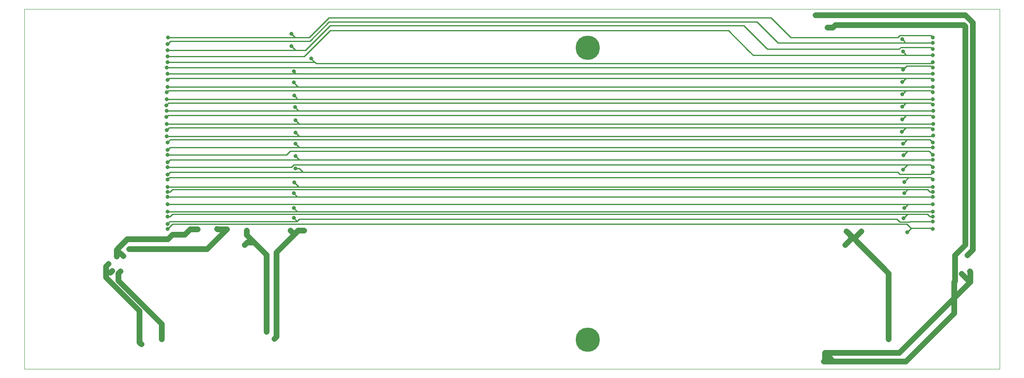
<source format=gbr>
%TF.GenerationSoftware,KiCad,Pcbnew,6.0.0-rc1-unknown-1a22918~65~ubuntu16.04.1*%
%TF.CreationDate,2019-08-07T17:00:26+03:00*%
%TF.ProjectId,BackbonePCB,4261636B626F6E655043422E6B696361,rev?*%
%TF.SameCoordinates,Original*%
%TF.FileFunction,Copper,L2,Bot,Signal*%
%TF.FilePolarity,Positive*%
%FSLAX46Y46*%
G04 Gerber Fmt 4.6, Leading zero omitted, Abs format (unit mm)*
G04 Created by KiCad (PCBNEW 6.0.0-rc1-unknown-1a22918~65~ubuntu16.04.1) date Wed Aug  7 17:00:26 2019*
%MOMM*%
%LPD*%
G01*
G04 APERTURE LIST*
%ADD10C,0.050000*%
%ADD11C,5.000000*%
%ADD12C,0.800000*%
%ADD13C,1.200000*%
%ADD14C,0.250000*%
G04 APERTURE END LIST*
D10*
X18050000Y-19050000D02*
X18050000Y-93050000D01*
X49050000Y-93050000D02*
X18050000Y-93050000D01*
X218050000Y-93050000D02*
X49050000Y-93050000D01*
X218050000Y-19050000D02*
X218050000Y-93050000D01*
X18050000Y-19050000D02*
X218050000Y-19050000D01*
D11*
X133550000Y-27050000D03*
X133550000Y-87050000D03*
D12*
X180331000Y-20320000D03*
X211446000Y-69723000D03*
X208906000Y-69723000D03*
X183887000Y-22860000D03*
X209795000Y-68834000D03*
X212589000Y-68580000D03*
X212589000Y-66929000D03*
X211065000Y-67564000D03*
X181601000Y-20320000D03*
X184903000Y-22352000D03*
X182744000Y-22860000D03*
X182236000Y-89789000D03*
X210303000Y-73533000D03*
X211954000Y-73025000D03*
X181982000Y-91567000D03*
X183633000Y-91567000D03*
X183633000Y-89789000D03*
X52061000Y-64389000D03*
X36948000Y-69977000D03*
X38345000Y-69850000D03*
X59554000Y-64389000D03*
X39488000Y-68453000D03*
X53610000Y-64364000D03*
X57522000Y-64262000D03*
X46219000Y-86995000D03*
X37329000Y-74930000D03*
X37710000Y-73025000D03*
X42028000Y-88011000D03*
X35297000Y-71501000D03*
X36059000Y-72898000D03*
X195317000Y-86995000D03*
X186681000Y-64770000D03*
X186427000Y-67564000D03*
X195317000Y-85217000D03*
X189729000Y-64770000D03*
X69333000Y-86868000D03*
X75429000Y-64643000D03*
X72635000Y-64643000D03*
X67682000Y-85471000D03*
X63618000Y-64643000D03*
X63237000Y-67564000D03*
X69732999Y-85471000D03*
X47362000Y-27559000D03*
X204334000Y-27305000D03*
X72762000Y-26670000D03*
X47489000Y-24892000D03*
X204334000Y-24892000D03*
X72762000Y-24130000D03*
X204334000Y-62738000D03*
X73270000Y-61976000D03*
X47357340Y-63241340D03*
X47362000Y-60706000D03*
X204334000Y-60706000D03*
X73270000Y-59944000D03*
X47362000Y-57658000D03*
X204334000Y-57658000D03*
X73270000Y-56896000D03*
X47362000Y-55626000D03*
X204334000Y-55626000D03*
X73397000Y-54736996D03*
X47362000Y-53086000D03*
X204334000Y-52578000D03*
X73651000Y-51816000D03*
X47362000Y-50546000D03*
X204334000Y-50038000D03*
X73651004Y-49276000D03*
X47362000Y-48006000D03*
X204334000Y-47498000D03*
X73651000Y-46736004D03*
X47235000Y-45212000D03*
X204461000Y-45085000D03*
X73650998Y-44450000D03*
X47235000Y-42672000D03*
X204461000Y-42672000D03*
X73651000Y-41910000D03*
X47235000Y-40005000D03*
X204461000Y-40005000D03*
X73524000Y-39243000D03*
X47235000Y-37592000D03*
X204334000Y-37592000D03*
X73397000Y-36830002D03*
X47362000Y-35052000D03*
X204334000Y-35052000D03*
X73270008Y-34163000D03*
X47362000Y-32385000D03*
X204334000Y-32385000D03*
X73270000Y-31840010D03*
X47362000Y-29972000D03*
X204334000Y-29972000D03*
X76826000Y-29210000D03*
X204334000Y-26035000D03*
X47362000Y-26289000D03*
X198111000Y-25273000D03*
X47362000Y-28829000D03*
X204334000Y-28575000D03*
X198238001Y-27813000D03*
X204334000Y-31115000D03*
X47235000Y-31115000D03*
X198238000Y-31496000D03*
X204334000Y-33655000D03*
X47362000Y-33655000D03*
X198111000Y-34036000D03*
X204334000Y-36195000D03*
X47235000Y-36195000D03*
X198111000Y-36576000D03*
X204334000Y-38735000D03*
X47108000Y-38862000D03*
X198111000Y-39116000D03*
X204461000Y-41275000D03*
X47108000Y-41275000D03*
X198111000Y-41783000D03*
X204334000Y-43815000D03*
X47235000Y-43942000D03*
X197984000Y-44323000D03*
X204334000Y-46482000D03*
X47362000Y-46482000D03*
X198238000Y-46736000D03*
X204334000Y-49022000D03*
X47362000Y-49022000D03*
X198365000Y-49149000D03*
X204334000Y-51562000D03*
X47362000Y-51562000D03*
X198238000Y-52070000D03*
X204334000Y-54102000D03*
X47362000Y-54102000D03*
X198492000Y-54610000D03*
X204334000Y-56642000D03*
X47362000Y-56642000D03*
X198492000Y-56896000D03*
X204334000Y-59182000D03*
X47362000Y-59182000D03*
X198492000Y-59944000D03*
X204334000Y-61722000D03*
X47362000Y-61722000D03*
X198365006Y-62070979D03*
X204334000Y-64262000D03*
X47362000Y-64262000D03*
X199127000Y-64964000D03*
D13*
X180331000Y-20320000D02*
X181601000Y-20320000D01*
X181601000Y-20320000D02*
X211065000Y-20320000D01*
X211065000Y-20320000D02*
X212589000Y-21844000D01*
X212589000Y-68580000D02*
X211446000Y-69723000D01*
X208906000Y-69723000D02*
X209305999Y-69323001D01*
X211065000Y-67564000D02*
X211065000Y-29846998D01*
X211065000Y-29846998D02*
X211065000Y-22606000D01*
X211065000Y-22606000D02*
X210811000Y-22352000D01*
X210811000Y-22352000D02*
X184903000Y-22352000D01*
X184903000Y-22352000D02*
X184395000Y-22352000D01*
X184395000Y-22352000D02*
X183887000Y-22860000D01*
X209795000Y-68834000D02*
X211065000Y-67564000D01*
X209305999Y-69323001D02*
X209795000Y-68834000D01*
X212589000Y-21844000D02*
X212589000Y-66929000D01*
X212589000Y-66929000D02*
X212589000Y-68580000D01*
X183887000Y-22860000D02*
X182744000Y-22860000D01*
X197476000Y-89789000D02*
X212081000Y-75184000D01*
X212081000Y-75184000D02*
X211954000Y-75184000D01*
X211954000Y-75184000D02*
X210303000Y-73533000D01*
X212081000Y-75184000D02*
X212081000Y-73152000D01*
X212081000Y-73152000D02*
X211954000Y-73025000D01*
X198873000Y-91567000D02*
X208779000Y-81661000D01*
X208779000Y-81661000D02*
X208779000Y-75184000D01*
X208906000Y-75057000D02*
X208906000Y-69723000D01*
X208779000Y-75184000D02*
X208906000Y-75057000D01*
X181982000Y-91567000D02*
X183633000Y-91567000D01*
X183633000Y-91567000D02*
X198873000Y-91567000D01*
X182236000Y-89789000D02*
X183633000Y-89789000D01*
X183633000Y-89789000D02*
X197476000Y-89789000D01*
X183633000Y-91186000D02*
X182236000Y-89789000D01*
X183633000Y-91567000D02*
X183633000Y-91186000D01*
X182236000Y-91313000D02*
X181982000Y-91567000D01*
X182236000Y-89789000D02*
X182236000Y-91313000D01*
X50987999Y-65462001D02*
X48447999Y-65462001D01*
X52061000Y-64389000D02*
X50987999Y-65462001D01*
X48447999Y-65462001D02*
X47489000Y-66421000D01*
X47489000Y-66421000D02*
X39107000Y-66421000D01*
X39107000Y-66421000D02*
X36948000Y-68580000D01*
X36948000Y-68580000D02*
X36948000Y-69977000D01*
X37818001Y-69450001D02*
X36948000Y-68580000D01*
X37945001Y-69450001D02*
X37818001Y-69450001D01*
X38345000Y-69850000D02*
X37945001Y-69450001D01*
X59554000Y-64389000D02*
X55490000Y-68453000D01*
X40053685Y-68453000D02*
X39488000Y-68453000D01*
X55490000Y-68453000D02*
X40053685Y-68453000D01*
X52061000Y-64389000D02*
X53585000Y-64389000D01*
X53585000Y-64389000D02*
X53610000Y-64364000D01*
X57649000Y-64389000D02*
X57522000Y-64262000D01*
X59554000Y-64389000D02*
X57649000Y-64389000D01*
X46219000Y-86995000D02*
X46219000Y-83820000D01*
X46219000Y-83820000D02*
X37329000Y-74930000D01*
X37329000Y-74930000D02*
X37329000Y-73406000D01*
X37329000Y-73406000D02*
X37710000Y-73025000D01*
X41628001Y-87611001D02*
X41628001Y-81134001D01*
X42028000Y-88011000D02*
X41628001Y-87611001D01*
X41628001Y-81134001D02*
X34789000Y-74295000D01*
X34789000Y-72009000D02*
X35297000Y-71501000D01*
X35678000Y-73279000D02*
X36059000Y-72898000D01*
X34789000Y-73279000D02*
X35678000Y-73279000D01*
X34789000Y-73279000D02*
X34789000Y-72009000D01*
X34789000Y-74295000D02*
X34789000Y-73279000D01*
X187570000Y-66421000D02*
X186427000Y-67564000D01*
X187570000Y-65659000D02*
X187570000Y-66421000D01*
X187570000Y-65659000D02*
X186681000Y-64770000D01*
X195317000Y-86995000D02*
X195317000Y-85217000D01*
X195317000Y-85217000D02*
X195317000Y-73406000D01*
X195317000Y-73406000D02*
X188078000Y-66167000D01*
X188078000Y-66167000D02*
X187570000Y-65659000D01*
X188078000Y-66167000D02*
X188332000Y-66167000D01*
X188332000Y-66167000D02*
X189729000Y-64770000D01*
X74159000Y-64643000D02*
X75429000Y-64643000D01*
X73270000Y-65278000D02*
X72635000Y-64643000D01*
X73524000Y-65278000D02*
X73270000Y-65278000D01*
X73524000Y-65278000D02*
X74159000Y-64643000D01*
X69732999Y-69069001D02*
X73524000Y-65278000D01*
X63618000Y-65532000D02*
X63618000Y-64643000D01*
X67682000Y-85471000D02*
X67682000Y-69596000D01*
X67682000Y-69596000D02*
X65142000Y-67056000D01*
X65142000Y-67056000D02*
X63618000Y-65532000D01*
X65142000Y-67056000D02*
X63745000Y-67056000D01*
X63745000Y-67056000D02*
X63237000Y-67564000D01*
X69732999Y-85471000D02*
X69732999Y-69069001D01*
X69333000Y-86868000D02*
X69732999Y-86468001D01*
X69732999Y-86468001D02*
X69732999Y-85471000D01*
D14*
X73651000Y-27559000D02*
X73778000Y-27559000D01*
X72762000Y-26670000D02*
X73651000Y-27559000D01*
X47362000Y-27559000D02*
X73778000Y-27559000D01*
X73778000Y-27559000D02*
X75683000Y-27559000D01*
X75683000Y-27559000D02*
X80763000Y-22479000D01*
X197818995Y-26905001D02*
X203934001Y-26905001D01*
X203934001Y-26905001D02*
X204334000Y-27305000D01*
X197418996Y-27305000D02*
X197818995Y-26905001D01*
X170425000Y-27305000D02*
X197418996Y-27305000D01*
X165599000Y-22479000D02*
X170425000Y-27305000D01*
X80763000Y-22479000D02*
X165599000Y-22479000D01*
X73524000Y-24892000D02*
X73778000Y-24892000D01*
X72762000Y-24130000D02*
X73524000Y-24892000D01*
X47489000Y-24892000D02*
X73778000Y-24892000D01*
X203934001Y-24492001D02*
X204334000Y-24892000D01*
X197564997Y-24492001D02*
X203934001Y-24492001D01*
X197164998Y-24892000D02*
X197564997Y-24492001D01*
X73778000Y-24892000D02*
X76445000Y-24892000D01*
X76445000Y-24892000D02*
X80509000Y-20828000D01*
X175251000Y-24892000D02*
X197164998Y-24892000D01*
X171187000Y-20828000D02*
X175251000Y-24892000D01*
X80509000Y-20828000D02*
X171187000Y-20828000D01*
X73905000Y-62611000D02*
X73669999Y-62375999D01*
X73905000Y-62738000D02*
X73905000Y-62611000D01*
X73669999Y-62375999D02*
X73270000Y-61976000D01*
X73905000Y-62738000D02*
X47860680Y-62738000D01*
X47757339Y-62841341D02*
X47357340Y-63241340D01*
X47860680Y-62738000D02*
X47757339Y-62841341D01*
X199752389Y-62738000D02*
X203768315Y-62738000D01*
X199694400Y-62795989D02*
X199752389Y-62738000D01*
X197603985Y-62795989D02*
X199694400Y-62795989D01*
X197037996Y-62230000D02*
X197603985Y-62795989D01*
X203768315Y-62738000D02*
X204334000Y-62738000D01*
X73905000Y-62738000D02*
X74413000Y-62230000D01*
X74413000Y-62230000D02*
X197037996Y-62230000D01*
X74286000Y-60706000D02*
X204334000Y-60706000D01*
X47362000Y-60706000D02*
X74286000Y-60706000D01*
X73669999Y-60343999D02*
X73270000Y-59944000D01*
X74032000Y-60706000D02*
X73669999Y-60343999D01*
X74286000Y-60706000D02*
X74032000Y-60706000D01*
X74286000Y-57658000D02*
X204334000Y-57658000D01*
X47362000Y-57658000D02*
X74286000Y-57658000D01*
X74032000Y-57658000D02*
X73669999Y-57295999D01*
X74286000Y-57658000D02*
X74032000Y-57658000D01*
X73669999Y-57295999D02*
X73270000Y-56896000D01*
X74540000Y-55626000D02*
X204334000Y-55626000D01*
X47362000Y-55626000D02*
X74540000Y-55626000D01*
X73796999Y-55136995D02*
X73397000Y-54736996D01*
X74540000Y-55626000D02*
X74286004Y-55626000D01*
X74286004Y-55626000D02*
X73796999Y-55136995D01*
X47362000Y-53086000D02*
X47870000Y-52578000D01*
X47870000Y-52578000D02*
X75175000Y-52578000D01*
X75175000Y-52578000D02*
X74413000Y-51816000D01*
X74216685Y-51816000D02*
X73651000Y-51816000D01*
X74413000Y-51816000D02*
X74216685Y-51816000D01*
X203934001Y-52977999D02*
X204334000Y-52578000D01*
X197564997Y-52977999D02*
X203934001Y-52977999D01*
X197164998Y-52578000D02*
X197564997Y-52977999D01*
X75175000Y-52578000D02*
X197164998Y-52578000D01*
X47362000Y-50546000D02*
X47870000Y-50038000D01*
X74794000Y-50038000D02*
X204334000Y-50038000D01*
X47870000Y-50038000D02*
X74794000Y-50038000D01*
X74794000Y-50038000D02*
X74413004Y-50038000D01*
X74051003Y-49675999D02*
X73651004Y-49276000D01*
X74413004Y-50038000D02*
X74051003Y-49675999D01*
X47362000Y-48006000D02*
X47870000Y-47498000D01*
X74794000Y-47498000D02*
X204334000Y-47498000D01*
X47870000Y-47498000D02*
X74794000Y-47498000D01*
X74050999Y-47136003D02*
X73651000Y-46736004D01*
X74412996Y-47498000D02*
X74050999Y-47136003D01*
X74794000Y-47498000D02*
X74412996Y-47498000D01*
X204334000Y-45212000D02*
X204461000Y-45085000D01*
X74794000Y-45212000D02*
X204334000Y-45212000D01*
X47235000Y-45212000D02*
X74794000Y-45212000D01*
X74412998Y-45212000D02*
X74050997Y-44849999D01*
X74050997Y-44849999D02*
X73650998Y-44450000D01*
X74794000Y-45212000D02*
X74412998Y-45212000D01*
X74413000Y-42672000D02*
X204461000Y-42672000D01*
X47235000Y-42672000D02*
X74413000Y-42672000D01*
X74413000Y-42672000D02*
X74050999Y-42309999D01*
X74050999Y-42309999D02*
X73651000Y-41910000D01*
X74413000Y-40005000D02*
X204461000Y-40005000D01*
X47235000Y-40005000D02*
X74413000Y-40005000D01*
X74286000Y-40005000D02*
X73923999Y-39642999D01*
X74413000Y-40005000D02*
X74286000Y-40005000D01*
X73923999Y-39642999D02*
X73524000Y-39243000D01*
X47235000Y-37592000D02*
X73905000Y-37592000D01*
X73905000Y-37592000D02*
X204334000Y-37592000D01*
X73905000Y-37592000D02*
X73905000Y-37338002D01*
X73905000Y-37338002D02*
X73796999Y-37230001D01*
X73796999Y-37230001D02*
X73397000Y-36830002D01*
X74540000Y-35052000D02*
X204334000Y-35052000D01*
X47362000Y-35052000D02*
X74540000Y-35052000D01*
X73670007Y-34562999D02*
X73270008Y-34163000D01*
X74540000Y-35052000D02*
X74159008Y-35052000D01*
X74159008Y-35052000D02*
X73670007Y-34562999D01*
X74032000Y-32385000D02*
X204334000Y-32385000D01*
X47362000Y-32385000D02*
X74032000Y-32385000D01*
X73814990Y-32385000D02*
X73669999Y-32240009D01*
X73669999Y-32240009D02*
X73270000Y-31840010D01*
X74032000Y-32385000D02*
X73814990Y-32385000D01*
X77225999Y-29609999D02*
X77588000Y-29972000D01*
X76826000Y-29210000D02*
X77225999Y-29609999D01*
X47362000Y-29972000D02*
X77588000Y-29972000D01*
X204080000Y-30226000D02*
X204334000Y-29972000D01*
X77588000Y-29972000D02*
X77842000Y-30226000D01*
X77842000Y-30226000D02*
X204080000Y-30226000D01*
X47997000Y-25654000D02*
X47362000Y-26289000D01*
X76572000Y-25654000D02*
X47997000Y-25654000D01*
X80509000Y-21717000D02*
X76572000Y-25654000D01*
X168266000Y-21717000D02*
X80509000Y-21717000D01*
X172584000Y-26035000D02*
X168266000Y-21717000D01*
X204334000Y-26035000D02*
X198619000Y-26035000D01*
X198619000Y-26035000D02*
X172584000Y-26035000D01*
X198619000Y-26035000D02*
X198619000Y-25781000D01*
X198619000Y-25781000D02*
X198510999Y-25672999D01*
X198510999Y-25672999D02*
X198111000Y-25273000D01*
X47362000Y-28829000D02*
X75429000Y-28829000D01*
X75429000Y-28829000D02*
X80763000Y-23495000D01*
X80763000Y-23495000D02*
X162424000Y-23495000D01*
X162424000Y-23495000D02*
X166684010Y-27755010D01*
X166684010Y-27755010D02*
X167504000Y-28575000D01*
X198873000Y-28575000D02*
X204334000Y-28575000D01*
X167504000Y-28575000D02*
X198873000Y-28575000D01*
X198873000Y-28575000D02*
X198873000Y-28447999D01*
X198638000Y-28212999D02*
X198238001Y-27813000D01*
X198873000Y-28447999D02*
X198638000Y-28212999D01*
X204334000Y-31115000D02*
X203934001Y-30715001D01*
X199000000Y-30734000D02*
X198238000Y-31496000D01*
X199000000Y-30715001D02*
X199000000Y-30734000D01*
X203934001Y-30715001D02*
X199000000Y-30715001D01*
X199000000Y-30715001D02*
X198600001Y-31115000D01*
X198600001Y-31115000D02*
X47235000Y-31115000D01*
X47761999Y-33255001D02*
X47362000Y-33655000D01*
X204334000Y-33655000D02*
X203934001Y-33255001D01*
X198873000Y-33274000D02*
X198111000Y-34036000D01*
X198873000Y-33255001D02*
X198873000Y-33274000D01*
X198873000Y-33255001D02*
X47761999Y-33255001D01*
X203934001Y-33255001D02*
X198873000Y-33255001D01*
X204334000Y-36195000D02*
X203934001Y-35795001D01*
X47634999Y-35795001D02*
X47235000Y-36195000D01*
X198873000Y-35814000D02*
X198111000Y-36576000D01*
X198873000Y-35795001D02*
X198873000Y-35814000D01*
X198873000Y-35795001D02*
X47634999Y-35795001D01*
X203934001Y-35795001D02*
X198873000Y-35795001D01*
X204334000Y-38735000D02*
X203934001Y-38335001D01*
X47507999Y-38462001D02*
X47108000Y-38862000D01*
X47634999Y-38335001D02*
X47507999Y-38462001D01*
X198873000Y-38354000D02*
X198111000Y-39116000D01*
X198873000Y-38335001D02*
X198873000Y-38354000D01*
X198873000Y-38335001D02*
X47634999Y-38335001D01*
X203934001Y-38335001D02*
X198873000Y-38335001D01*
X204461000Y-41275000D02*
X204061001Y-40875001D01*
X47507999Y-40875001D02*
X47108000Y-41275000D01*
X198873000Y-41021000D02*
X198111000Y-41783000D01*
X198873000Y-40875001D02*
X198873000Y-41021000D01*
X198873000Y-40875001D02*
X47507999Y-40875001D01*
X204061001Y-40875001D02*
X198873000Y-40875001D01*
X47634999Y-43542001D02*
X47235000Y-43942000D01*
X204334000Y-43815000D02*
X203934001Y-43415001D01*
X47761999Y-43415001D02*
X47634999Y-43542001D01*
X198891999Y-43415001D02*
X197984000Y-44323000D01*
X199254000Y-43415001D02*
X198891999Y-43415001D01*
X199254000Y-43415001D02*
X47761999Y-43415001D01*
X203934001Y-43415001D02*
X199254000Y-43415001D01*
X47761999Y-46082001D02*
X47362000Y-46482000D01*
X204334000Y-46482000D02*
X203735998Y-45883998D01*
X47960002Y-45883998D02*
X47761999Y-46082001D01*
X199000000Y-45974000D02*
X198238000Y-46736000D01*
X199000000Y-45883998D02*
X199000000Y-45974000D01*
X199000000Y-45883998D02*
X47960002Y-45883998D01*
X203735998Y-45883998D02*
X199000000Y-45883998D01*
X47927685Y-49022000D02*
X47362000Y-49022000D01*
X204334000Y-49022000D02*
X203608998Y-48296998D01*
X72540998Y-48296998D02*
X71815996Y-49022000D01*
X71815996Y-49022000D02*
X47927685Y-49022000D01*
X199217002Y-48296998D02*
X198365000Y-49149000D01*
X199508000Y-48296998D02*
X199217002Y-48296998D01*
X199508000Y-48296998D02*
X72540998Y-48296998D01*
X203608998Y-48296998D02*
X199508000Y-48296998D01*
X72831996Y-51562000D02*
X47927685Y-51562000D01*
X204334000Y-51562000D02*
X203862998Y-51090998D01*
X73302998Y-51090998D02*
X72831996Y-51562000D01*
X47927685Y-51562000D02*
X47362000Y-51562000D01*
X199254000Y-51090998D02*
X73302998Y-51090998D01*
X203862998Y-51090998D02*
X199254000Y-51090998D01*
X199254000Y-51090998D02*
X199217002Y-51090998D01*
X198637999Y-51670001D02*
X198238000Y-52070000D01*
X199217002Y-51090998D02*
X198637999Y-51670001D01*
X204334000Y-54102000D02*
X203934001Y-53702001D01*
X47761999Y-53702001D02*
X47362000Y-54102000D01*
X199399999Y-53702001D02*
X198492000Y-54610000D01*
X199508000Y-53702001D02*
X199399999Y-53702001D01*
X199508000Y-53702001D02*
X47761999Y-53702001D01*
X203934001Y-53702001D02*
X199508000Y-53702001D01*
X204334000Y-56642000D02*
X203768315Y-56642000D01*
X47927685Y-56642000D02*
X47362000Y-56642000D01*
X203768315Y-56642000D02*
X203297313Y-56170998D01*
X48398687Y-56170998D02*
X47927685Y-56642000D01*
X199217002Y-56170998D02*
X198492000Y-56896000D01*
X199762000Y-56170998D02*
X199217002Y-56170998D01*
X199762000Y-56170998D02*
X48398687Y-56170998D01*
X203297313Y-56170998D02*
X199762000Y-56170998D01*
X199254000Y-59182000D02*
X198492000Y-59944000D01*
X200270000Y-59182000D02*
X199254000Y-59182000D01*
X200270000Y-59182000D02*
X47362000Y-59182000D01*
X204334000Y-59182000D02*
X200270000Y-59182000D01*
X48398687Y-61250998D02*
X47927685Y-61722000D01*
X47927685Y-61722000D02*
X47362000Y-61722000D01*
X203768315Y-61722000D02*
X203297313Y-61250998D01*
X204334000Y-61722000D02*
X203768315Y-61722000D01*
X199508000Y-61250998D02*
X48398687Y-61250998D01*
X203297313Y-61250998D02*
X199508000Y-61250998D01*
X199184987Y-61250998D02*
X198765005Y-61670980D01*
X199508000Y-61250998D02*
X199184987Y-61250998D01*
X198765005Y-61670980D02*
X198365006Y-62070979D01*
X48378000Y-63246000D02*
X47362000Y-64262000D01*
X199000000Y-63246000D02*
X48378000Y-63246000D01*
X204207000Y-64135000D02*
X204334000Y-64262000D01*
X199127000Y-64964000D02*
X199956000Y-64135000D01*
X199956000Y-64135000D02*
X204207000Y-64135000D01*
X199889000Y-64135000D02*
X199000000Y-63246000D01*
X199956000Y-64135000D02*
X199889000Y-64135000D01*
M02*

</source>
